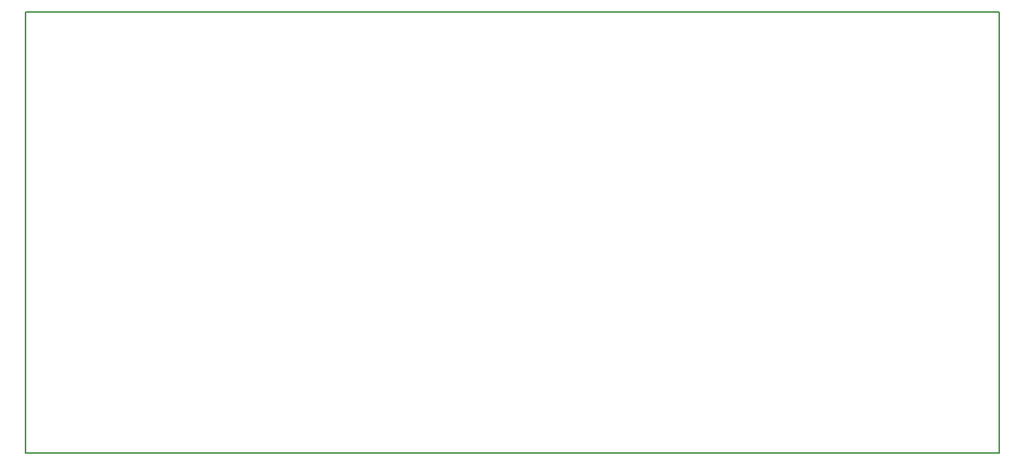
<source format=gm1>
G04 MADE WITH FRITZING*
G04 WWW.FRITZING.ORG*
G04 SINGLE SIDED*
G04 HOLES NOT PLATED*
G04 CONTOUR ON CENTER OF CONTOUR VECTOR*
%ASAXBY*%
%FSLAX23Y23*%
%MOIN*%
%OFA0B0*%
%SFA1.0B1.0*%
%ADD10R,4.330720X1.968500*%
%ADD11C,0.008000*%
%ADD10C,0.008*%
%LNCONTOUR*%
G90*
G70*
G54D10*
G54D11*
X4Y1965D02*
X4327Y1965D01*
X4327Y4D01*
X4Y4D01*
X4Y1965D01*
D02*
G04 End of contour*
M02*
</source>
